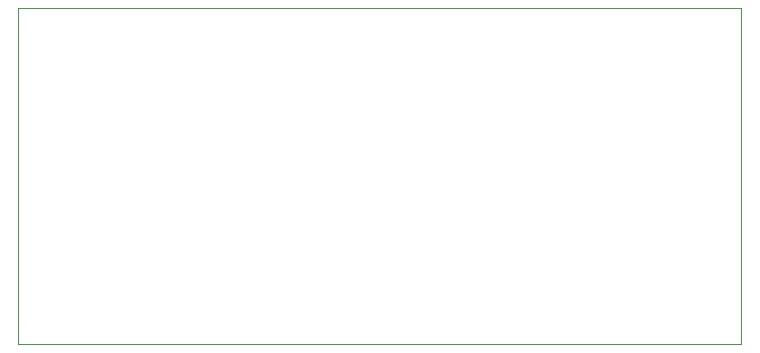
<source format=gm1>
G04 #@! TF.GenerationSoftware,KiCad,Pcbnew,5.1.5*
G04 #@! TF.CreationDate,2020-05-31T21:03:52+02:00*
G04 #@! TF.ProjectId,PIV_DeniseAdap,5049565f-4465-46e6-9973-65416461702e,rev?*
G04 #@! TF.SameCoordinates,Original*
G04 #@! TF.FileFunction,Profile,NP*
%FSLAX46Y46*%
G04 Gerber Fmt 4.6, Leading zero omitted, Abs format (unit mm)*
G04 Created by KiCad (PCBNEW 5.1.5) date 2020-05-31 21:03:52*
%MOMM*%
%LPD*%
G04 APERTURE LIST*
%ADD10C,0.050000*%
G04 APERTURE END LIST*
D10*
X121793000Y-82169000D02*
X121793000Y-110617000D01*
X183007000Y-82169000D02*
X121793000Y-82169000D01*
X183007000Y-110617000D02*
X183007000Y-82169000D01*
X121793000Y-110617000D02*
X183007000Y-110617000D01*
M02*

</source>
